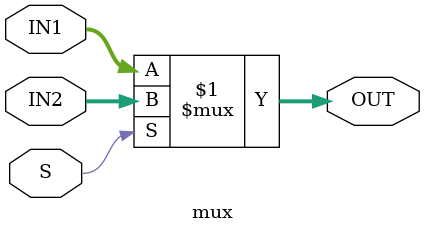
<source format=v>
`include "alu.v"
`include "register.v"


module cpu(PC, INSTRUCTION, CLK, RESET);
	input CLK, RESET;
	input [31:0] INSTRUCTION;
	
	output reg [31:0] PC;
	
	reg [31:0] PCREG;
	
	wire [7:0] IMMEDIATE;
	
	wire [2:0] READREG1, READREG2, WRITEREG;
	
	wire [7:0] REGOUT1, REGOUT2,MUXOUT1, MUXOUT2, ALURESULT;
	reg [2:0] ALUOP;
	
	reg MUX1,MUX2;
	
	reg WRITEENABLE;
	
	wire [7:0] neg;
	
	reg [7:0] opcode;
	
	
	//alu(op1,op2,s,r)
	alu myalu(REGOUT1, MUXOUT2, ALURESULT,ALUOP);
	
	//register(IN, OUT1, OUT2, INADDRESS, OUT1ADDRESS, OUT2ADDRESS, WRITE, CLK, RESET)
	register myregister(ALURESULT,REGOUT1, REGOUT2, WRITEREG, READREG1,READREG2,WRITEENABLE,CLK, RESET);
	
	assign #1 neg = ~REGOUT2 + 1;
	
	//mux(IN1, IN2,S, OUT);
	mux mux1(REGOUT2, neg, MUX1, MUXOUT1);
	
	mux mux2(MUXOUT1, IMMEDIATE , MUX2, MUXOUT2);
	
	assign READREG1 = INSTRUCTION[15:8];
	assign IMMEDIATE = INSTRUCTION[7:0];
	assign READREG2 = INSTRUCTION[7:0];
	assign WRITEREG = INSTRUCTION[23:16];
	
	
	always @ (INSTRUCTION)
	begin
	
		#1 opcode = INSTRUCTION[31:24];
		
		case(opcode)
		
		//LOAD
		8'b00000000: begin
			ALUOP = 3'b000;	
			MUX1 = 0;
			MUX2 = 1;
			WRITEENABLE = 1;
		end
		
		//MOV
		8'b00000001: begin
			ALUOP = 3'b000;
			MUX1 = 0;
			MUX2 = 0;
			WRITEENABLE = 1;
		end
		
		//ADD
		8'b00000010: begin
			ALUOP = 3'b001;
			MUX1 = 0;
			MUX2 = 0;
			WRITEENABLE = 1;
		end
		
		//SUB
		8'b00000010: begin
			ALUOP = 3'b001;
			MUX1 = 1;
			MUX2 = 0;
			WRITEENABLE = 1;
		end
		
		//AND
		8'b00000100: begin
			ALUOP = 3'b010;
			MUX1 = 0;
			MUX2 = 0;
			WRITEENABLE = 1;
		end
		
		//OR
		8'b00000101: begin
			ALUOP = 3'b011;
			MUX1 = 0;
			MUX2 = 0;
			WRITEENABLE = 1;
		end
		
		endcase		
		
	end
	
	always @ (posedge CLK)
	begin
		if(RESET) begin
			#1 PC = 0 ;
			PCREG = 0;
		end
		else #1 PC = PCREG;
	end
	
	always @ (PC)
	begin
		#1 PCREG = PCREG +4;
	end

			
endmodule

//module control_unit(OPCODE, ALU, MUX1, MUX2, WRITEENABLE);
	

//endmodule

module mux(IN1, IN2,S, OUT);

	input [7:0] IN1, IN2;
	output [7:0] OUT;
	input S;
	
	assign OUT = S ? IN2:IN1;
endmodule
	

</source>
